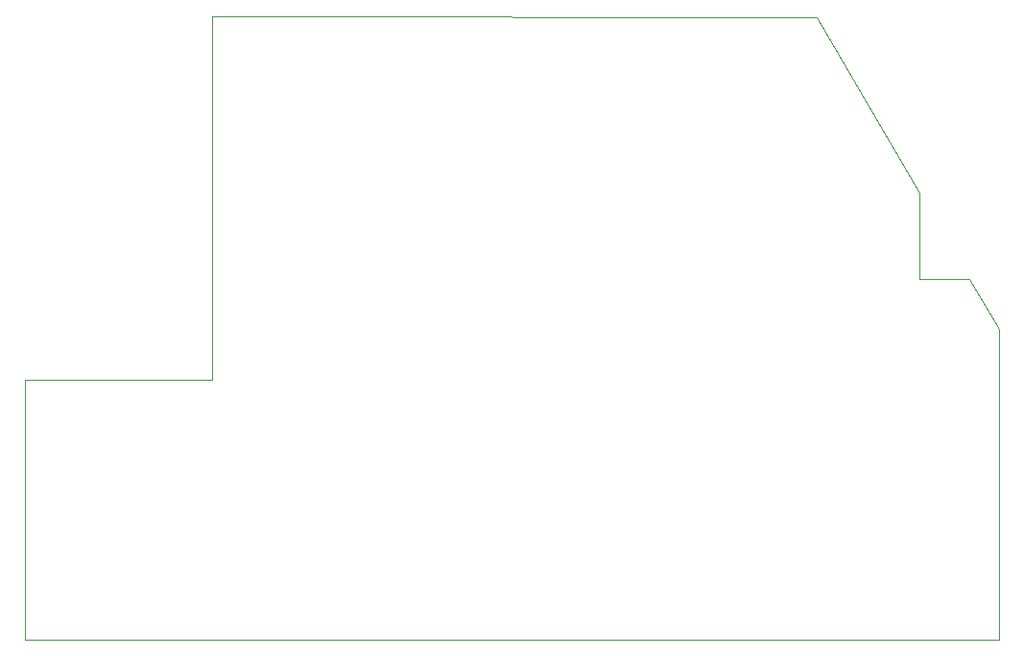
<source format=gbr>
%TF.GenerationSoftware,KiCad,Pcbnew,(5.1.10)-1*%
%TF.CreationDate,2021-12-06T12:22:38-06:00*%
%TF.ProjectId,FPGA-Shield,46504741-2d53-4686-9965-6c642e6b6963,rev?*%
%TF.SameCoordinates,Original*%
%TF.FileFunction,Profile,NP*%
%FSLAX46Y46*%
G04 Gerber Fmt 4.6, Leading zero omitted, Abs format (unit mm)*
G04 Created by KiCad (PCBNEW (5.1.10)-1) date 2021-12-06 12:22:38*
%MOMM*%
%LPD*%
G01*
G04 APERTURE LIST*
%TA.AperFunction,Profile*%
%ADD10C,0.100000*%
%TD*%
G04 APERTURE END LIST*
D10*
X169940000Y-60950000D02*
X174340000Y-60950000D01*
X160850000Y-37800000D02*
X169940000Y-53340000D01*
X169940000Y-53340000D02*
X169940000Y-60950000D01*
X160850000Y-37800000D02*
X107550000Y-37750000D01*
X107550000Y-69850000D02*
X107550000Y-37750000D01*
X91000000Y-69850000D02*
X107550000Y-69850000D01*
X91000000Y-92800000D02*
X91000000Y-69850000D01*
X176950000Y-92800000D02*
X91000000Y-92800000D01*
X176950000Y-65350000D02*
X176950000Y-92800000D01*
X174340000Y-60950000D02*
X176950000Y-65350000D01*
M02*

</source>
